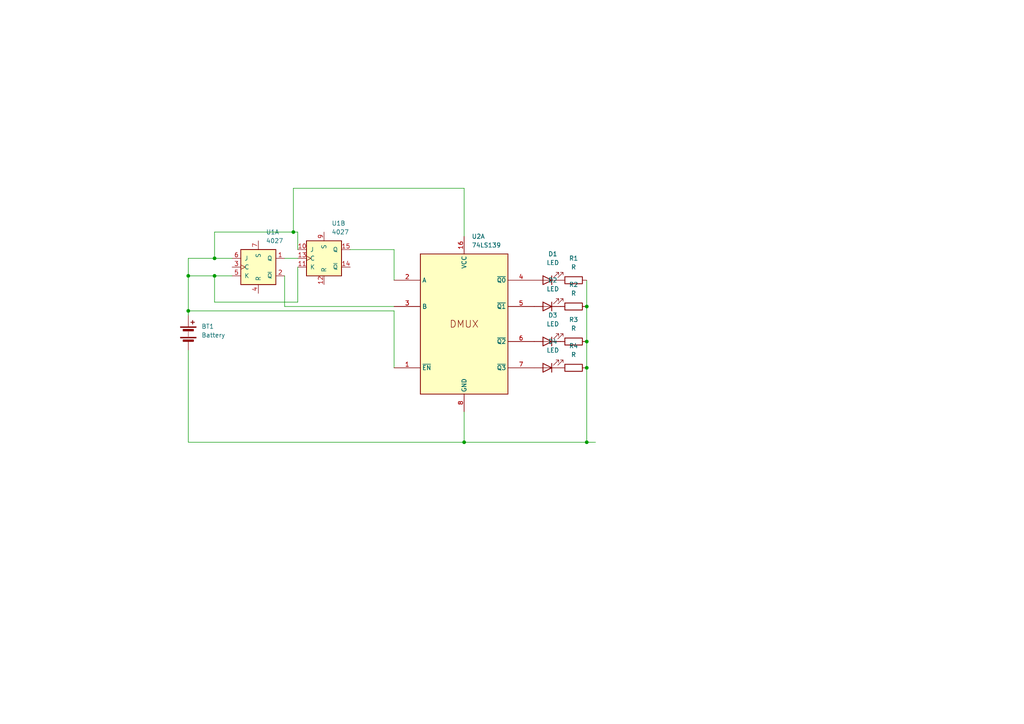
<source format=kicad_sch>
(kicad_sch (version 20230121) (generator eeschema)

  (uuid 8591fa22-3c5f-461a-90cf-cdbe4c5a699f)

  (paper "A4")

  (lib_symbols
    (symbol "4xxx:4027" (pin_names (offset 1.016)) (in_bom yes) (on_board yes)
      (property "Reference" "U" (at -7.62 8.89 0)
        (effects (font (size 1.27 1.27)))
      )
      (property "Value" "4027" (at -7.62 -8.89 0)
        (effects (font (size 1.27 1.27)))
      )
      (property "Footprint" "" (at 0 0 0)
        (effects (font (size 1.27 1.27)) hide)
      )
      (property "Datasheet" "http://www.intersil.com/content/dam/Intersil/documents/cd40/cd4027bms.pdf" (at 0 0 0)
        (effects (font (size 1.27 1.27)) hide)
      )
      (property "ki_locked" "" (at 0 0 0)
        (effects (font (size 1.27 1.27)))
      )
      (property "ki_keywords" "CMOS JK JKFF" (at 0 0 0)
        (effects (font (size 1.27 1.27)) hide)
      )
      (property "ki_description" "Dual JK FlipFlop, set & reset" (at 0 0 0)
        (effects (font (size 1.27 1.27)) hide)
      )
      (property "ki_fp_filters" "DIP*W7.62mm* SOIC*3.9x9.9mm*P1.27mm* TSSOP*4.4x5mm*P0.65mm*" (at 0 0 0)
        (effects (font (size 1.27 1.27)) hide)
      )
      (symbol "4027_1_1"
        (rectangle (start -5.08 5.08) (end 5.08 -5.08)
          (stroke (width 0.254) (type default))
          (fill (type background))
        )
        (pin output line (at 7.62 2.54 180) (length 2.54)
          (name "Q" (effects (font (size 1.27 1.27))))
          (number "1" (effects (font (size 1.27 1.27))))
        )
        (pin output line (at 7.62 -2.54 180) (length 2.54)
          (name "~{Q}" (effects (font (size 1.27 1.27))))
          (number "2" (effects (font (size 1.27 1.27))))
        )
        (pin input clock (at -7.62 0 0) (length 2.54)
          (name "C" (effects (font (size 1.27 1.27))))
          (number "3" (effects (font (size 1.27 1.27))))
        )
        (pin input line (at 0 -7.62 90) (length 2.54)
          (name "R" (effects (font (size 1.27 1.27))))
          (number "4" (effects (font (size 1.27 1.27))))
        )
        (pin input line (at -7.62 -2.54 0) (length 2.54)
          (name "K" (effects (font (size 1.27 1.27))))
          (number "5" (effects (font (size 1.27 1.27))))
        )
        (pin input line (at -7.62 2.54 0) (length 2.54)
          (name "J" (effects (font (size 1.27 1.27))))
          (number "6" (effects (font (size 1.27 1.27))))
        )
        (pin input line (at 0 7.62 270) (length 2.54)
          (name "S" (effects (font (size 1.27 1.27))))
          (number "7" (effects (font (size 1.27 1.27))))
        )
      )
      (symbol "4027_2_1"
        (rectangle (start -5.08 5.08) (end 5.08 -5.08)
          (stroke (width 0.254) (type default))
          (fill (type background))
        )
        (pin input line (at -7.62 2.54 0) (length 2.54)
          (name "J" (effects (font (size 1.27 1.27))))
          (number "10" (effects (font (size 1.27 1.27))))
        )
        (pin input line (at -7.62 -2.54 0) (length 2.54)
          (name "K" (effects (font (size 1.27 1.27))))
          (number "11" (effects (font (size 1.27 1.27))))
        )
        (pin input line (at 0 -7.62 90) (length 2.54)
          (name "R" (effects (font (size 1.27 1.27))))
          (number "12" (effects (font (size 1.27 1.27))))
        )
        (pin input clock (at -7.62 0 0) (length 2.54)
          (name "C" (effects (font (size 1.27 1.27))))
          (number "13" (effects (font (size 1.27 1.27))))
        )
        (pin output line (at 7.62 -2.54 180) (length 2.54)
          (name "~{Q}" (effects (font (size 1.27 1.27))))
          (number "14" (effects (font (size 1.27 1.27))))
        )
        (pin output line (at 7.62 2.54 180) (length 2.54)
          (name "Q" (effects (font (size 1.27 1.27))))
          (number "15" (effects (font (size 1.27 1.27))))
        )
        (pin input line (at 0 7.62 270) (length 2.54)
          (name "S" (effects (font (size 1.27 1.27))))
          (number "9" (effects (font (size 1.27 1.27))))
        )
      )
      (symbol "4027_3_0"
        (pin power_in line (at 0 10.16 270) (length 2.54)
          (name "VDD" (effects (font (size 1.27 1.27))))
          (number "16" (effects (font (size 1.27 1.27))))
        )
        (pin power_in line (at 0 -10.16 90) (length 2.54)
          (name "VSS" (effects (font (size 1.27 1.27))))
          (number "8" (effects (font (size 1.27 1.27))))
        )
      )
      (symbol "4027_3_1"
        (rectangle (start -5.08 7.62) (end 5.08 -7.62)
          (stroke (width 0.254) (type default))
          (fill (type background))
        )
      )
    )
    (symbol "74xx_IEEE:74LS139" (in_bom yes) (on_board yes)
      (property "Reference" "U" (at 12.7 22.86 0)
        (effects (font (size 1.27 1.27)))
      )
      (property "Value" "74LS139" (at 15.24 -22.86 0)
        (effects (font (size 1.27 1.27)))
      )
      (property "Footprint" "" (at 0 0 0)
        (effects (font (size 1.27 1.27)) hide)
      )
      (property "Datasheet" "http://www.ti.com/lit/ds/symlink/sn74ls139a.pdf" (at 0 0 0)
        (effects (font (size 1.27 1.27)) hide)
      )
      (property "ki_keywords" "TTL DECOD4" (at 0 0 0)
        (effects (font (size 1.27 1.27)) hide)
      )
      (property "ki_description" "Dual Decoder 1 of 4, Active low outputs" (at 0 0 0)
        (effects (font (size 1.27 1.27)) hide)
      )
      (symbol "74LS139_0_0"
        (rectangle (start -12.7 20.32) (end 12.7 -20.32)
          (stroke (width 0.254) (type default))
          (fill (type background))
        )
        (text "DMUX" (at 0 0 0)
          (effects (font (size 2.032 2.032)))
        )
        (pin power_in line (at 0 25.4 270) (length 5.08)
          (name "VCC" (effects (font (size 1.27 1.27))))
          (number "16" (effects (font (size 1.27 1.27))))
        )
        (pin power_in line (at 0 -25.4 90) (length 5.08)
          (name "GND" (effects (font (size 1.27 1.27))))
          (number "8" (effects (font (size 1.27 1.27))))
        )
      )
      (symbol "74LS139_1_1"
        (pin input line (at -20.32 -12.7 0) (length 7.62)
          (name "~{EN}" (effects (font (size 1.27 1.27))))
          (number "1" (effects (font (size 1.27 1.27))))
        )
        (pin input line (at -20.32 12.7 0) (length 7.62)
          (name "A" (effects (font (size 1.27 1.27))))
          (number "2" (effects (font (size 1.27 1.27))))
        )
        (pin input line (at -20.32 5.08 0) (length 7.62)
          (name "B" (effects (font (size 1.27 1.27))))
          (number "3" (effects (font (size 1.27 1.27))))
        )
        (pin output line (at 20.32 12.7 180) (length 7.62)
          (name "~{Q0}" (effects (font (size 1.27 1.27))))
          (number "4" (effects (font (size 1.27 1.27))))
        )
        (pin output line (at 20.32 5.08 180) (length 7.62)
          (name "~{Q1}" (effects (font (size 1.27 1.27))))
          (number "5" (effects (font (size 1.27 1.27))))
        )
        (pin output line (at 20.32 -5.08 180) (length 7.62)
          (name "~{Q2}" (effects (font (size 1.27 1.27))))
          (number "6" (effects (font (size 1.27 1.27))))
        )
        (pin output line (at 20.32 -12.7 180) (length 7.62)
          (name "~{Q3}" (effects (font (size 1.27 1.27))))
          (number "7" (effects (font (size 1.27 1.27))))
        )
      )
      (symbol "74LS139_2_1"
        (pin output line (at 20.32 -5.08 180) (length 7.62)
          (name "~{Q2}" (effects (font (size 1.27 1.27))))
          (number "10" (effects (font (size 1.27 1.27))))
        )
        (pin output line (at 20.32 5.08 180) (length 7.62)
          (name "~{Q1}" (effects (font (size 1.27 1.27))))
          (number "11" (effects (font (size 1.27 1.27))))
        )
        (pin output line (at 20.32 12.7 180) (length 7.62)
          (name "~{Q0}" (effects (font (size 1.27 1.27))))
          (number "12" (effects (font (size 1.27 1.27))))
        )
        (pin input line (at -20.32 5.08 0) (length 7.62)
          (name "B" (effects (font (size 1.27 1.27))))
          (number "13" (effects (font (size 1.27 1.27))))
        )
        (pin input line (at -20.32 12.7 0) (length 7.62)
          (name "A" (effects (font (size 1.27 1.27))))
          (number "14" (effects (font (size 1.27 1.27))))
        )
        (pin input line (at -20.32 -12.7 0) (length 7.62)
          (name "~{EN}" (effects (font (size 1.27 1.27))))
          (number "15" (effects (font (size 1.27 1.27))))
        )
        (pin output line (at 20.32 -12.7 180) (length 7.62)
          (name "~{Q3}" (effects (font (size 1.27 1.27))))
          (number "9" (effects (font (size 1.27 1.27))))
        )
      )
    )
    (symbol "Device:Battery" (pin_numbers hide) (pin_names (offset 0) hide) (in_bom yes) (on_board yes)
      (property "Reference" "BT" (at 2.54 2.54 0)
        (effects (font (size 1.27 1.27)) (justify left))
      )
      (property "Value" "Battery" (at 2.54 0 0)
        (effects (font (size 1.27 1.27)) (justify left))
      )
      (property "Footprint" "" (at 0 1.524 90)
        (effects (font (size 1.27 1.27)) hide)
      )
      (property "Datasheet" "~" (at 0 1.524 90)
        (effects (font (size 1.27 1.27)) hide)
      )
      (property "ki_keywords" "batt voltage-source cell" (at 0 0 0)
        (effects (font (size 1.27 1.27)) hide)
      )
      (property "ki_description" "Multiple-cell battery" (at 0 0 0)
        (effects (font (size 1.27 1.27)) hide)
      )
      (symbol "Battery_0_1"
        (rectangle (start -2.286 -1.27) (end 2.286 -1.524)
          (stroke (width 0) (type default))
          (fill (type outline))
        )
        (rectangle (start -2.286 1.778) (end 2.286 1.524)
          (stroke (width 0) (type default))
          (fill (type outline))
        )
        (rectangle (start -1.524 -2.032) (end 1.524 -2.54)
          (stroke (width 0) (type default))
          (fill (type outline))
        )
        (rectangle (start -1.524 1.016) (end 1.524 0.508)
          (stroke (width 0) (type default))
          (fill (type outline))
        )
        (polyline
          (pts
            (xy 0 -1.016)
            (xy 0 -0.762)
          )
          (stroke (width 0) (type default))
          (fill (type none))
        )
        (polyline
          (pts
            (xy 0 -0.508)
            (xy 0 -0.254)
          )
          (stroke (width 0) (type default))
          (fill (type none))
        )
        (polyline
          (pts
            (xy 0 0)
            (xy 0 0.254)
          )
          (stroke (width 0) (type default))
          (fill (type none))
        )
        (polyline
          (pts
            (xy 0 1.778)
            (xy 0 2.54)
          )
          (stroke (width 0) (type default))
          (fill (type none))
        )
        (polyline
          (pts
            (xy 0.762 3.048)
            (xy 1.778 3.048)
          )
          (stroke (width 0.254) (type default))
          (fill (type none))
        )
        (polyline
          (pts
            (xy 1.27 3.556)
            (xy 1.27 2.54)
          )
          (stroke (width 0.254) (type default))
          (fill (type none))
        )
      )
      (symbol "Battery_1_1"
        (pin passive line (at 0 5.08 270) (length 2.54)
          (name "+" (effects (font (size 1.27 1.27))))
          (number "1" (effects (font (size 1.27 1.27))))
        )
        (pin passive line (at 0 -5.08 90) (length 2.54)
          (name "-" (effects (font (size 1.27 1.27))))
          (number "2" (effects (font (size 1.27 1.27))))
        )
      )
    )
    (symbol "Device:LED" (pin_numbers hide) (pin_names (offset 1.016) hide) (in_bom yes) (on_board yes)
      (property "Reference" "D" (at 0 2.54 0)
        (effects (font (size 1.27 1.27)))
      )
      (property "Value" "LED" (at 0 -2.54 0)
        (effects (font (size 1.27 1.27)))
      )
      (property "Footprint" "" (at 0 0 0)
        (effects (font (size 1.27 1.27)) hide)
      )
      (property "Datasheet" "~" (at 0 0 0)
        (effects (font (size 1.27 1.27)) hide)
      )
      (property "ki_keywords" "LED diode" (at 0 0 0)
        (effects (font (size 1.27 1.27)) hide)
      )
      (property "ki_description" "Light emitting diode" (at 0 0 0)
        (effects (font (size 1.27 1.27)) hide)
      )
      (property "ki_fp_filters" "LED* LED_SMD:* LED_THT:*" (at 0 0 0)
        (effects (font (size 1.27 1.27)) hide)
      )
      (symbol "LED_0_1"
        (polyline
          (pts
            (xy -1.27 -1.27)
            (xy -1.27 1.27)
          )
          (stroke (width 0.254) (type default))
          (fill (type none))
        )
        (polyline
          (pts
            (xy -1.27 0)
            (xy 1.27 0)
          )
          (stroke (width 0) (type default))
          (fill (type none))
        )
        (polyline
          (pts
            (xy 1.27 -1.27)
            (xy 1.27 1.27)
            (xy -1.27 0)
            (xy 1.27 -1.27)
          )
          (stroke (width 0.254) (type default))
          (fill (type none))
        )
        (polyline
          (pts
            (xy -3.048 -0.762)
            (xy -4.572 -2.286)
            (xy -3.81 -2.286)
            (xy -4.572 -2.286)
            (xy -4.572 -1.524)
          )
          (stroke (width 0) (type default))
          (fill (type none))
        )
        (polyline
          (pts
            (xy -1.778 -0.762)
            (xy -3.302 -2.286)
            (xy -2.54 -2.286)
            (xy -3.302 -2.286)
            (xy -3.302 -1.524)
          )
          (stroke (width 0) (type default))
          (fill (type none))
        )
      )
      (symbol "LED_1_1"
        (pin passive line (at -3.81 0 0) (length 2.54)
          (name "K" (effects (font (size 1.27 1.27))))
          (number "1" (effects (font (size 1.27 1.27))))
        )
        (pin passive line (at 3.81 0 180) (length 2.54)
          (name "A" (effects (font (size 1.27 1.27))))
          (number "2" (effects (font (size 1.27 1.27))))
        )
      )
    )
    (symbol "Device:R" (pin_numbers hide) (pin_names (offset 0)) (in_bom yes) (on_board yes)
      (property "Reference" "R" (at 2.032 0 90)
        (effects (font (size 1.27 1.27)))
      )
      (property "Value" "R" (at 0 0 90)
        (effects (font (size 1.27 1.27)))
      )
      (property "Footprint" "" (at -1.778 0 90)
        (effects (font (size 1.27 1.27)) hide)
      )
      (property "Datasheet" "~" (at 0 0 0)
        (effects (font (size 1.27 1.27)) hide)
      )
      (property "ki_keywords" "R res resistor" (at 0 0 0)
        (effects (font (size 1.27 1.27)) hide)
      )
      (property "ki_description" "Resistor" (at 0 0 0)
        (effects (font (size 1.27 1.27)) hide)
      )
      (property "ki_fp_filters" "R_*" (at 0 0 0)
        (effects (font (size 1.27 1.27)) hide)
      )
      (symbol "R_0_1"
        (rectangle (start -1.016 -2.54) (end 1.016 2.54)
          (stroke (width 0.254) (type default))
          (fill (type none))
        )
      )
      (symbol "R_1_1"
        (pin passive line (at 0 3.81 270) (length 1.27)
          (name "~" (effects (font (size 1.27 1.27))))
          (number "1" (effects (font (size 1.27 1.27))))
        )
        (pin passive line (at 0 -3.81 90) (length 1.27)
          (name "~" (effects (font (size 1.27 1.27))))
          (number "2" (effects (font (size 1.27 1.27))))
        )
      )
    )
  )

  (junction (at 62.23 74.93) (diameter 0) (color 0 0 0 0)
    (uuid 0308b6e2-6d25-471c-a5fb-af1aaf42b2ac)
  )
  (junction (at 85.09 67.31) (diameter 0) (color 0 0 0 0)
    (uuid 07db7cc8-320f-463a-ac4a-4b885f804a3a)
  )
  (junction (at 54.61 80.01) (diameter 0) (color 0 0 0 0)
    (uuid 0a7ca34a-a0ea-4bbd-bb2b-5831f3150fd3)
  )
  (junction (at 170.18 128.27) (diameter 0) (color 0 0 0 0)
    (uuid 1d1cf77f-bd13-4ec9-87d3-d1e36e53a98e)
  )
  (junction (at 170.18 99.06) (diameter 0) (color 0 0 0 0)
    (uuid 68de6132-fab2-4ed6-bfe1-89dd03b902b2)
  )
  (junction (at 54.61 90.17) (diameter 0) (color 0 0 0 0)
    (uuid 6c860e46-0501-4331-9cf1-72cdc9bd19ca)
  )
  (junction (at 170.18 106.68) (diameter 0) (color 0 0 0 0)
    (uuid 7a08e2cf-77fa-44e9-8f8f-2948ec6c4ac0)
  )
  (junction (at 134.62 128.27) (diameter 0) (color 0 0 0 0)
    (uuid 7e9d3327-d0b4-4bee-8828-e21e37a32c45)
  )
  (junction (at 62.23 80.01) (diameter 0) (color 0 0 0 0)
    (uuid 996d390f-a57f-4ddd-81f7-009e0550a6f7)
  )
  (junction (at 170.18 88.9) (diameter 0) (color 0 0 0 0)
    (uuid ea614d4c-9459-4e5a-ac30-3a0b643c2eaf)
  )

  (wire (pts (xy 54.61 74.93) (xy 62.23 74.93))
    (stroke (width 0) (type default))
    (uuid 03a3ab38-5862-4951-a5c8-e9e07df0a182)
  )
  (wire (pts (xy 86.36 87.63) (xy 86.36 77.47))
    (stroke (width 0) (type default))
    (uuid 0795e6f9-9660-4da5-a2cf-820e5f169564)
  )
  (wire (pts (xy 114.3 90.17) (xy 114.3 106.68))
    (stroke (width 0) (type default))
    (uuid 0b256515-0e76-4645-9a0a-3c6ff5c7984d)
  )
  (wire (pts (xy 54.61 101.6) (xy 54.61 128.27))
    (stroke (width 0) (type default))
    (uuid 11389eea-a88b-4853-83fa-586b007dedc8)
  )
  (wire (pts (xy 62.23 80.01) (xy 67.31 80.01))
    (stroke (width 0) (type default))
    (uuid 1a337cc9-98a3-4b17-b5d5-0e286c26e2df)
  )
  (wire (pts (xy 62.23 67.31) (xy 85.09 67.31))
    (stroke (width 0) (type default))
    (uuid 1cbefada-b981-42db-a97d-513c79ae2cde)
  )
  (wire (pts (xy 54.61 90.17) (xy 54.61 80.01))
    (stroke (width 0) (type default))
    (uuid 2161632f-9039-4ba3-b88f-3bf073bea7dd)
  )
  (wire (pts (xy 62.23 87.63) (xy 86.36 87.63))
    (stroke (width 0) (type default))
    (uuid 2a4b5289-2f58-43d6-9983-25e55ea001c1)
  )
  (wire (pts (xy 101.6 72.39) (xy 114.3 72.39))
    (stroke (width 0) (type default))
    (uuid 2ca573ae-180e-478d-8303-5514a2900373)
  )
  (wire (pts (xy 170.18 128.27) (xy 172.72 128.27))
    (stroke (width 0) (type default))
    (uuid 2cf375d8-03b9-47bc-a98e-9ac013196fdb)
  )
  (wire (pts (xy 170.18 99.06) (xy 170.18 106.68))
    (stroke (width 0) (type default))
    (uuid 2dae4324-67c0-4d18-a3b8-7eae86bc4d8c)
  )
  (wire (pts (xy 62.23 74.93) (xy 67.31 74.93))
    (stroke (width 0) (type default))
    (uuid 343422b5-9d7e-477f-a68c-f0a565b5d630)
  )
  (wire (pts (xy 62.23 80.01) (xy 62.23 87.63))
    (stroke (width 0) (type default))
    (uuid 3e4632cc-d0e9-476a-acfc-953d838470db)
  )
  (wire (pts (xy 85.09 67.31) (xy 85.09 54.61))
    (stroke (width 0) (type default))
    (uuid 5cdaa0ed-9e59-479b-a1bc-2636ac6d2688)
  )
  (wire (pts (xy 134.62 54.61) (xy 134.62 68.58))
    (stroke (width 0) (type default))
    (uuid 76fa3ef6-3752-4a80-bcec-93ea3f26c8f0)
  )
  (wire (pts (xy 85.09 67.31) (xy 86.36 67.31))
    (stroke (width 0) (type default))
    (uuid 86189959-2b64-4e2c-a218-0a4d2451c684)
  )
  (wire (pts (xy 134.62 128.27) (xy 170.18 128.27))
    (stroke (width 0) (type default))
    (uuid 878d2904-2015-4f9b-9e56-6f6254b4f59a)
  )
  (wire (pts (xy 54.61 128.27) (xy 134.62 128.27))
    (stroke (width 0) (type default))
    (uuid 8d12eb11-42c6-4d85-bb7e-4a10053d967e)
  )
  (wire (pts (xy 86.36 67.31) (xy 86.36 72.39))
    (stroke (width 0) (type default))
    (uuid 90fb2083-bd0f-45b4-a927-a8e1d3da65e6)
  )
  (wire (pts (xy 54.61 80.01) (xy 54.61 74.93))
    (stroke (width 0) (type default))
    (uuid 9a0887ba-e80e-4ffb-a38c-c31c66f8a560)
  )
  (wire (pts (xy 114.3 72.39) (xy 114.3 81.28))
    (stroke (width 0) (type default))
    (uuid 9daa1617-ec1a-48e2-aceb-40b68577c9b7)
  )
  (wire (pts (xy 170.18 106.68) (xy 170.18 128.27))
    (stroke (width 0) (type default))
    (uuid ab715866-c185-46d0-abd2-7c36db1e38da)
  )
  (wire (pts (xy 54.61 90.17) (xy 114.3 90.17))
    (stroke (width 0) (type default))
    (uuid abdf4c86-7f5a-46e9-96cb-e40fe69e818a)
  )
  (wire (pts (xy 170.18 81.28) (xy 170.18 88.9))
    (stroke (width 0) (type default))
    (uuid b34c7437-d695-4372-ab9a-9b10a72b8438)
  )
  (wire (pts (xy 170.18 88.9) (xy 170.18 99.06))
    (stroke (width 0) (type default))
    (uuid b437cba8-ab91-4e72-9fe9-5eef73accaeb)
  )
  (wire (pts (xy 85.09 54.61) (xy 134.62 54.61))
    (stroke (width 0) (type default))
    (uuid baeaf81c-0123-4a57-b57d-0d25addc36cb)
  )
  (wire (pts (xy 82.55 80.01) (xy 82.55 88.9))
    (stroke (width 0) (type default))
    (uuid be101729-408e-4dc9-a6e8-1e2fb90939bb)
  )
  (wire (pts (xy 82.55 88.9) (xy 114.3 88.9))
    (stroke (width 0) (type default))
    (uuid be77ea71-d064-4bf7-a0dc-c2b90335d2b6)
  )
  (wire (pts (xy 54.61 91.44) (xy 54.61 90.17))
    (stroke (width 0) (type default))
    (uuid d8280319-3a94-455c-b3a8-aa6801cf6f8d)
  )
  (wire (pts (xy 82.55 74.93) (xy 86.36 74.93))
    (stroke (width 0) (type default))
    (uuid d9696a3a-cd1c-4caa-909b-fc5bf2f15faa)
  )
  (wire (pts (xy 62.23 67.31) (xy 62.23 74.93))
    (stroke (width 0) (type default))
    (uuid dab72a15-1b8d-4238-9e62-e3c05bbb1369)
  )
  (wire (pts (xy 54.61 80.01) (xy 62.23 80.01))
    (stroke (width 0) (type default))
    (uuid ecad87d5-cece-49e6-8b06-ef4961f2a9d2)
  )
  (wire (pts (xy 134.62 128.27) (xy 134.62 119.38))
    (stroke (width 0) (type default))
    (uuid f1bc70e4-d615-477c-957c-8ea055a9d24c)
  )

  (symbol (lib_id "Device:LED") (at 158.75 99.06 180) (unit 1)
    (in_bom yes) (on_board yes) (dnp no) (fields_autoplaced)
    (uuid 081cf960-b3ce-4940-a7fe-1a07b9b983f9)
    (property "Reference" "D3" (at 160.3375 91.44 0)
      (effects (font (size 1.27 1.27)))
    )
    (property "Value" "LED" (at 160.3375 93.98 0)
      (effects (font (size 1.27 1.27)))
    )
    (property "Footprint" "" (at 158.75 99.06 0)
      (effects (font (size 1.27 1.27)) hide)
    )
    (property "Datasheet" "~" (at 158.75 99.06 0)
      (effects (font (size 1.27 1.27)) hide)
    )
    (pin "2" (uuid a5c3a726-31e8-4129-878f-29541d31ca8c))
    (pin "1" (uuid 0e7ff979-d7e4-404c-88ad-4489743820c9))
    (instances
      (project "Led circuit"
        (path "/8591fa22-3c5f-461a-90cf-cdbe4c5a699f"
          (reference "D3") (unit 1)
        )
      )
    )
  )

  (symbol (lib_id "Device:R") (at 166.37 81.28 90) (unit 1)
    (in_bom yes) (on_board yes) (dnp no) (fields_autoplaced)
    (uuid 117862e7-ebb0-4758-adff-37b878348a08)
    (property "Reference" "R1" (at 166.37 74.93 90)
      (effects (font (size 1.27 1.27)))
    )
    (property "Value" "R" (at 166.37 77.47 90)
      (effects (font (size 1.27 1.27)))
    )
    (property "Footprint" "" (at 166.37 83.058 90)
      (effects (font (size 1.27 1.27)) hide)
    )
    (property "Datasheet" "~" (at 166.37 81.28 0)
      (effects (font (size 1.27 1.27)) hide)
    )
    (pin "1" (uuid 44c81fa3-2ee3-422f-a948-8cffe6d41ae2))
    (pin "2" (uuid 942ec43a-b801-4a77-8d31-1b6aa2d9d973))
    (instances
      (project "Led circuit"
        (path "/8591fa22-3c5f-461a-90cf-cdbe4c5a699f"
          (reference "R1") (unit 1)
        )
      )
    )
  )

  (symbol (lib_id "Device:R") (at 166.37 106.68 90) (unit 1)
    (in_bom yes) (on_board yes) (dnp no) (fields_autoplaced)
    (uuid 19280929-7018-4623-b0f9-7f751df80fc9)
    (property "Reference" "R4" (at 166.37 100.33 90)
      (effects (font (size 1.27 1.27)))
    )
    (property "Value" "R" (at 166.37 102.87 90)
      (effects (font (size 1.27 1.27)))
    )
    (property "Footprint" "" (at 166.37 108.458 90)
      (effects (font (size 1.27 1.27)) hide)
    )
    (property "Datasheet" "~" (at 166.37 106.68 0)
      (effects (font (size 1.27 1.27)) hide)
    )
    (pin "1" (uuid 44c81fa3-2ee3-422f-a948-8cffe6d41ae2))
    (pin "2" (uuid 942ec43a-b801-4a77-8d31-1b6aa2d9d973))
    (instances
      (project "Led circuit"
        (path "/8591fa22-3c5f-461a-90cf-cdbe4c5a699f"
          (reference "R4") (unit 1)
        )
      )
    )
  )

  (symbol (lib_id "4xxx:4027") (at 93.98 74.93 0) (unit 2)
    (in_bom yes) (on_board yes) (dnp no) (fields_autoplaced)
    (uuid 3584836f-6903-4247-aa64-f1c895a2df98)
    (property "Reference" "U1" (at 96.1741 64.77 0)
      (effects (font (size 1.27 1.27)) (justify left))
    )
    (property "Value" "4027" (at 96.1741 67.31 0)
      (effects (font (size 1.27 1.27)) (justify left))
    )
    (property "Footprint" "" (at 93.98 74.93 0)
      (effects (font (size 1.27 1.27)) hide)
    )
    (property "Datasheet" "http://www.intersil.com/content/dam/Intersil/documents/cd40/cd4027bms.pdf" (at 93.98 74.93 0)
      (effects (font (size 1.27 1.27)) hide)
    )
    (pin "4" (uuid 2efd7321-927f-4a63-b1d4-4e6997cb6890))
    (pin "2" (uuid f7aaac49-3ca9-404c-a7f0-fd69d45dc5b8))
    (pin "14" (uuid 914eb82f-c0ef-4445-9265-bd25c662672d))
    (pin "6" (uuid ec835be8-b495-4640-8045-5c51e3737fdc))
    (pin "3" (uuid 453a29ff-02b6-43b6-a406-29ca7dfc617e))
    (pin "7" (uuid 92385733-6eb9-413c-b3c2-be8e6b1dc8b0))
    (pin "12" (uuid d568bb0a-3327-4107-9c44-120c41dbec9d))
    (pin "10" (uuid 8e2d7e7b-e8a5-4fc8-8366-1681da0c6d5a))
    (pin "13" (uuid bb4f0803-beae-49c7-8f83-da181cd773c5))
    (pin "8" (uuid 48015c21-2630-43d0-8189-167b2a50ef7f))
    (pin "1" (uuid 4c19786e-d5af-4967-bfbd-6962a6c428b1))
    (pin "11" (uuid 14de85f4-f156-4d06-9bef-dfa78acaf800))
    (pin "15" (uuid a5c67405-850f-4775-bacd-157f8cd116ae))
    (pin "16" (uuid 1c4a1f3c-f8eb-459a-b8b5-2e4f59c2ddb4))
    (pin "5" (uuid 9898b078-2ffa-4814-9636-bac420477cc2))
    (pin "9" (uuid fd38668c-9399-4907-bde9-30af59766ac6))
    (instances
      (project "Led circuit"
        (path "/8591fa22-3c5f-461a-90cf-cdbe4c5a699f"
          (reference "U1") (unit 2)
        )
      )
    )
  )

  (symbol (lib_id "74xx_IEEE:74LS139") (at 134.62 93.98 0) (unit 1)
    (in_bom yes) (on_board yes) (dnp no) (fields_autoplaced)
    (uuid 3b4a6c1f-57d3-4fb9-ae74-351ad0bca2c7)
    (property "Reference" "U2" (at 136.8141 68.58 0)
      (effects (font (size 1.27 1.27)) (justify left))
    )
    (property "Value" "74LS139" (at 136.8141 71.12 0)
      (effects (font (size 1.27 1.27)) (justify left))
    )
    (property "Footprint" "" (at 134.62 93.98 0)
      (effects (font (size 1.27 1.27)) hide)
    )
    (property "Datasheet" "http://www.ti.com/lit/ds/symlink/sn74ls139a.pdf" (at 134.62 93.98 0)
      (effects (font (size 1.27 1.27)) hide)
    )
    (pin "14" (uuid 629c5bd5-437a-4cec-ac2a-da11a7121a45))
    (pin "8" (uuid 0f857c07-c098-44d0-bcbe-a8a96d46d373))
    (pin "16" (uuid f7115169-6695-4545-9b07-4d17b6c8947c))
    (pin "4" (uuid 0c30811b-b342-4727-9a29-bc21bacdd544))
    (pin "15" (uuid 8b679927-cf6a-477c-a66f-b7cfb0723dc4))
    (pin "6" (uuid 1fa725b1-b7a6-4f47-992f-035a6cffa0b6))
    (pin "12" (uuid 9cc305bd-83ee-4c6b-a90f-c08c7b25ecde))
    (pin "2" (uuid 3568d65b-e719-4ab6-a87d-bab2c68c9069))
    (pin "11" (uuid 4b1ffd64-3626-4901-acef-73706e7e2224))
    (pin "5" (uuid c5f4bbd5-52f4-4c84-8af0-4ae545391a0a))
    (pin "7" (uuid bea73591-e15a-413f-8096-238c14f9937b))
    (pin "1" (uuid 3c2add3d-4584-4c66-b041-b4fafeb5d1d4))
    (pin "13" (uuid 3b06a1db-e7f2-4d41-b263-4184827ff9ff))
    (pin "9" (uuid 595b95a5-8e75-44d4-8605-d7c7a5c2f01b))
    (pin "10" (uuid 3b55a34a-5ca0-4a1d-88cb-6168ec8e760e))
    (pin "3" (uuid d9df4fb2-5056-4285-9e3f-ebc733a011c1))
    (instances
      (project "Led circuit"
        (path "/8591fa22-3c5f-461a-90cf-cdbe4c5a699f"
          (reference "U2") (unit 1)
        )
      )
    )
  )

  (symbol (lib_id "Device:Battery") (at 54.61 96.52 0) (unit 1)
    (in_bom yes) (on_board yes) (dnp no) (fields_autoplaced)
    (uuid 5d78f7a5-57ad-4409-a6ab-41678410bfe1)
    (property "Reference" "BT1" (at 58.42 94.6785 0)
      (effects (font (size 1.27 1.27)) (justify left))
    )
    (property "Value" "Battery" (at 58.42 97.2185 0)
      (effects (font (size 1.27 1.27)) (justify left))
    )
    (property "Footprint" "" (at 54.61 94.996 90)
      (effects (font (size 1.27 1.27)) hide)
    )
    (property "Datasheet" "~" (at 54.61 94.996 90)
      (effects (font (size 1.27 1.27)) hide)
    )
    (pin "2" (uuid 72865443-6f86-4141-9233-0d8d31a8b328))
    (pin "1" (uuid 1c3cd3cb-837e-414a-8bb6-c1b4c0064c95))
    (instances
      (project "Led circuit"
        (path "/8591fa22-3c5f-461a-90cf-cdbe4c5a699f"
          (reference "BT1") (unit 1)
        )
      )
    )
  )

  (symbol (lib_id "Device:LED") (at 158.75 88.9 180) (unit 1)
    (in_bom yes) (on_board yes) (dnp no) (fields_autoplaced)
    (uuid 8c69de68-eca0-4e3b-8fbf-4d509d6ef60f)
    (property "Reference" "D2" (at 160.3375 81.28 0)
      (effects (font (size 1.27 1.27)))
    )
    (property "Value" "LED" (at 160.3375 83.82 0)
      (effects (font (size 1.27 1.27)))
    )
    (property "Footprint" "" (at 158.75 88.9 0)
      (effects (font (size 1.27 1.27)) hide)
    )
    (property "Datasheet" "~" (at 158.75 88.9 0)
      (effects (font (size 1.27 1.27)) hide)
    )
    (pin "2" (uuid a5c3a726-31e8-4129-878f-29541d31ca8c))
    (pin "1" (uuid 0e7ff979-d7e4-404c-88ad-4489743820c9))
    (instances
      (project "Led circuit"
        (path "/8591fa22-3c5f-461a-90cf-cdbe4c5a699f"
          (reference "D2") (unit 1)
        )
      )
    )
  )

  (symbol (lib_id "Device:R") (at 166.37 88.9 90) (unit 1)
    (in_bom yes) (on_board yes) (dnp no) (fields_autoplaced)
    (uuid 8c725c96-6915-45ee-b39d-95fc1d72eff9)
    (property "Reference" "R2" (at 166.37 82.55 90)
      (effects (font (size 1.27 1.27)))
    )
    (property "Value" "R" (at 166.37 85.09 90)
      (effects (font (size 1.27 1.27)))
    )
    (property "Footprint" "" (at 166.37 90.678 90)
      (effects (font (size 1.27 1.27)) hide)
    )
    (property "Datasheet" "~" (at 166.37 88.9 0)
      (effects (font (size 1.27 1.27)) hide)
    )
    (pin "1" (uuid 44c81fa3-2ee3-422f-a948-8cffe6d41ae2))
    (pin "2" (uuid 942ec43a-b801-4a77-8d31-1b6aa2d9d973))
    (instances
      (project "Led circuit"
        (path "/8591fa22-3c5f-461a-90cf-cdbe4c5a699f"
          (reference "R2") (unit 1)
        )
      )
    )
  )

  (symbol (lib_id "Device:R") (at 166.37 99.06 90) (unit 1)
    (in_bom yes) (on_board yes) (dnp no) (fields_autoplaced)
    (uuid 9c22f386-2b70-4db6-84a3-742e5a44c09e)
    (property "Reference" "R3" (at 166.37 92.71 90)
      (effects (font (size 1.27 1.27)))
    )
    (property "Value" "R" (at 166.37 95.25 90)
      (effects (font (size 1.27 1.27)))
    )
    (property "Footprint" "" (at 166.37 100.838 90)
      (effects (font (size 1.27 1.27)) hide)
    )
    (property "Datasheet" "~" (at 166.37 99.06 0)
      (effects (font (size 1.27 1.27)) hide)
    )
    (pin "1" (uuid 44c81fa3-2ee3-422f-a948-8cffe6d41ae2))
    (pin "2" (uuid 942ec43a-b801-4a77-8d31-1b6aa2d9d973))
    (instances
      (project "Led circuit"
        (path "/8591fa22-3c5f-461a-90cf-cdbe4c5a699f"
          (reference "R3") (unit 1)
        )
      )
    )
  )

  (symbol (lib_id "4xxx:4027") (at 74.93 77.47 0) (unit 1)
    (in_bom yes) (on_board yes) (dnp no) (fields_autoplaced)
    (uuid ad1458e7-6b32-486b-8185-78ec847704ff)
    (property "Reference" "U1" (at 77.1241 67.31 0)
      (effects (font (size 1.27 1.27)) (justify left))
    )
    (property "Value" "4027" (at 77.1241 69.85 0)
      (effects (font (size 1.27 1.27)) (justify left))
    )
    (property "Footprint" "" (at 74.93 77.47 0)
      (effects (font (size 1.27 1.27)) hide)
    )
    (property "Datasheet" "http://www.intersil.com/content/dam/Intersil/documents/cd40/cd4027bms.pdf" (at 74.93 77.47 0)
      (effects (font (size 1.27 1.27)) hide)
    )
    (pin "14" (uuid f4e4cd95-5eed-4785-99e8-8168cce449db))
    (pin "9" (uuid b8416124-60f9-4281-9fb7-d71da520d7b9))
    (pin "16" (uuid 2f64262a-80ab-48b8-a240-1dd1e5b43f90))
    (pin "3" (uuid 33f4ba01-5a59-4aea-8e92-63d176f67e37))
    (pin "1" (uuid 31f5ade5-bb05-4a71-912d-a1bd3b360041))
    (pin "11" (uuid f3d0b00c-9741-4ad9-b19a-5524ced126ff))
    (pin "13" (uuid 55a1bb84-27e8-4f7f-8ce7-be130b032093))
    (pin "4" (uuid 79e94b23-24f4-4b44-94e3-daaae2a69602))
    (pin "5" (uuid 73e0f60d-3e91-41b8-ab08-08b7834d4821))
    (pin "2" (uuid bd2ba417-f6fa-4faa-9235-dbdca333f12e))
    (pin "7" (uuid 78f7ae63-f543-4a37-ad6e-10384c702422))
    (pin "15" (uuid 029cd6f0-f73c-4861-b922-18e52cb36c03))
    (pin "10" (uuid bee58f5a-a8fb-4e0c-929c-b0cc535a0620))
    (pin "8" (uuid 61404114-d774-4de6-aa25-814c12ccf632))
    (pin "12" (uuid aa932d28-b537-4e05-b0d3-4df385a3e9f8))
    (pin "6" (uuid e9d84f4a-2433-43d3-9b2c-15f143c4b5ba))
    (instances
      (project "Led circuit"
        (path "/8591fa22-3c5f-461a-90cf-cdbe4c5a699f"
          (reference "U1") (unit 1)
        )
      )
    )
  )

  (symbol (lib_id "Device:LED") (at 158.75 81.28 180) (unit 1)
    (in_bom yes) (on_board yes) (dnp no) (fields_autoplaced)
    (uuid e81d1e82-a198-48d3-bc76-5431bbdb7aa4)
    (property "Reference" "D1" (at 160.3375 73.66 0)
      (effects (font (size 1.27 1.27)))
    )
    (property "Value" "LED" (at 160.3375 76.2 0)
      (effects (font (size 1.27 1.27)))
    )
    (property "Footprint" "" (at 158.75 81.28 0)
      (effects (font (size 1.27 1.27)) hide)
    )
    (property "Datasheet" "~" (at 158.75 81.28 0)
      (effects (font (size 1.27 1.27)) hide)
    )
    (pin "2" (uuid a5c3a726-31e8-4129-878f-29541d31ca8c))
    (pin "1" (uuid 0e7ff979-d7e4-404c-88ad-4489743820c9))
    (instances
      (project "Led circuit"
        (path "/8591fa22-3c5f-461a-90cf-cdbe4c5a699f"
          (reference "D1") (unit 1)
        )
      )
    )
  )

  (symbol (lib_id "Device:LED") (at 158.75 106.68 180) (unit 1)
    (in_bom yes) (on_board yes) (dnp no) (fields_autoplaced)
    (uuid f67117ec-d481-404d-9ae3-3cb7304c366a)
    (property "Reference" "D4" (at 160.3375 99.06 0)
      (effects (font (size 1.27 1.27)))
    )
    (property "Value" "LED" (at 160.3375 101.6 0)
      (effects (font (size 1.27 1.27)))
    )
    (property "Footprint" "" (at 158.75 106.68 0)
      (effects (font (size 1.27 1.27)) hide)
    )
    (property "Datasheet" "~" (at 158.75 106.68 0)
      (effects (font (size 1.27 1.27)) hide)
    )
    (pin "2" (uuid a5c3a726-31e8-4129-878f-29541d31ca8c))
    (pin "1" (uuid 0e7ff979-d7e4-404c-88ad-4489743820c9))
    (instances
      (project "Led circuit"
        (path "/8591fa22-3c5f-461a-90cf-cdbe4c5a699f"
          (reference "D4") (unit 1)
        )
      )
    )
  )

  (sheet_instances
    (path "/" (page "1"))
  )
)

</source>
